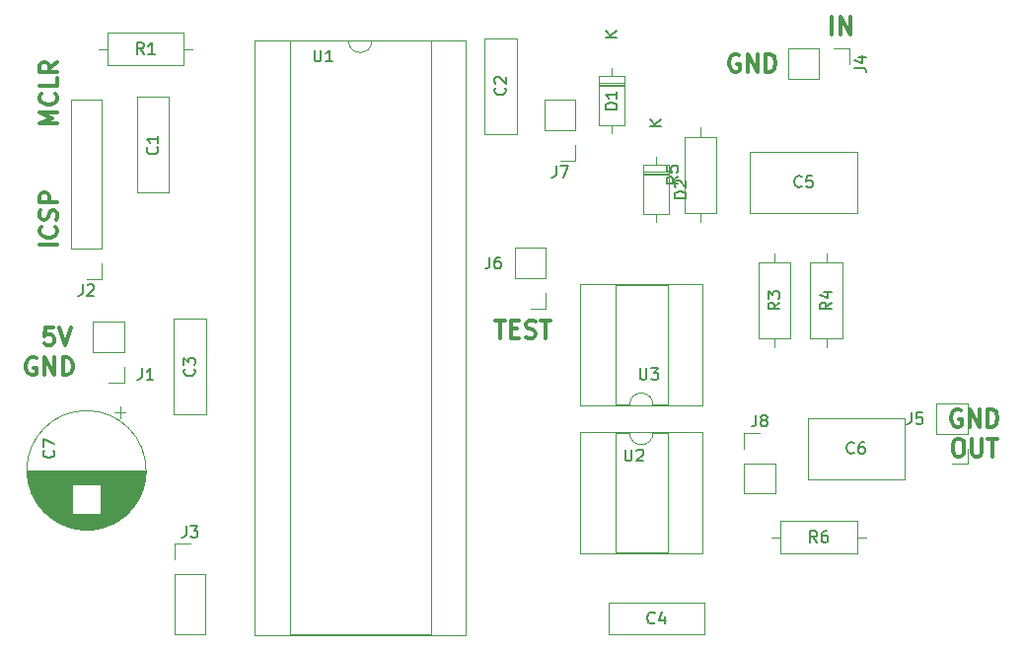
<source format=gto>
G04 #@! TF.GenerationSoftware,KiCad,Pcbnew,(5.0.1)-4*
G04 #@! TF.CreationDate,2019-05-14T08:42:29+02:00*
G04 #@! TF.ProjectId,carte_filtre,63617274655F66696C7472652E6B6963,rev?*
G04 #@! TF.SameCoordinates,Original*
G04 #@! TF.FileFunction,Legend,Top*
G04 #@! TF.FilePolarity,Positive*
%FSLAX46Y46*%
G04 Gerber Fmt 4.6, Leading zero omitted, Abs format (unit mm)*
G04 Created by KiCad (PCBNEW (5.0.1)-4) date 14/05/2019 08:42:29*
%MOMM*%
%LPD*%
G01*
G04 APERTURE LIST*
%ADD10C,0.300000*%
%ADD11C,0.120000*%
%ADD12C,0.150000*%
G04 APERTURE END LIST*
D10*
X174752142Y-123075000D02*
X174609285Y-123003571D01*
X174395000Y-123003571D01*
X174180714Y-123075000D01*
X174037857Y-123217857D01*
X173966428Y-123360714D01*
X173895000Y-123646428D01*
X173895000Y-123860714D01*
X173966428Y-124146428D01*
X174037857Y-124289285D01*
X174180714Y-124432142D01*
X174395000Y-124503571D01*
X174537857Y-124503571D01*
X174752142Y-124432142D01*
X174823571Y-124360714D01*
X174823571Y-123860714D01*
X174537857Y-123860714D01*
X175466428Y-124503571D02*
X175466428Y-123003571D01*
X176323571Y-124503571D01*
X176323571Y-123003571D01*
X177037857Y-124503571D02*
X177037857Y-123003571D01*
X177395000Y-123003571D01*
X177609285Y-123075000D01*
X177752142Y-123217857D01*
X177823571Y-123360714D01*
X177895000Y-123646428D01*
X177895000Y-123860714D01*
X177823571Y-124146428D01*
X177752142Y-124289285D01*
X177609285Y-124432142D01*
X177395000Y-124503571D01*
X177037857Y-124503571D01*
X176244285Y-120463571D02*
X175530000Y-120463571D01*
X175458571Y-121177857D01*
X175530000Y-121106428D01*
X175672857Y-121035000D01*
X176030000Y-121035000D01*
X176172857Y-121106428D01*
X176244285Y-121177857D01*
X176315714Y-121320714D01*
X176315714Y-121677857D01*
X176244285Y-121820714D01*
X176172857Y-121892142D01*
X176030000Y-121963571D01*
X175672857Y-121963571D01*
X175530000Y-121892142D01*
X175458571Y-121820714D01*
X176744285Y-120463571D02*
X177244285Y-121963571D01*
X177744285Y-120463571D01*
X176573571Y-113339285D02*
X175073571Y-113339285D01*
X176430714Y-111767857D02*
X176502142Y-111839285D01*
X176573571Y-112053571D01*
X176573571Y-112196428D01*
X176502142Y-112410714D01*
X176359285Y-112553571D01*
X176216428Y-112625000D01*
X175930714Y-112696428D01*
X175716428Y-112696428D01*
X175430714Y-112625000D01*
X175287857Y-112553571D01*
X175145000Y-112410714D01*
X175073571Y-112196428D01*
X175073571Y-112053571D01*
X175145000Y-111839285D01*
X175216428Y-111767857D01*
X176502142Y-111196428D02*
X176573571Y-110982142D01*
X176573571Y-110625000D01*
X176502142Y-110482142D01*
X176430714Y-110410714D01*
X176287857Y-110339285D01*
X176145000Y-110339285D01*
X176002142Y-110410714D01*
X175930714Y-110482142D01*
X175859285Y-110625000D01*
X175787857Y-110910714D01*
X175716428Y-111053571D01*
X175645000Y-111125000D01*
X175502142Y-111196428D01*
X175359285Y-111196428D01*
X175216428Y-111125000D01*
X175145000Y-111053571D01*
X175073571Y-110910714D01*
X175073571Y-110553571D01*
X175145000Y-110339285D01*
X176573571Y-109696428D02*
X175073571Y-109696428D01*
X175073571Y-109125000D01*
X175145000Y-108982142D01*
X175216428Y-108910714D01*
X175359285Y-108839285D01*
X175573571Y-108839285D01*
X175716428Y-108910714D01*
X175787857Y-108982142D01*
X175859285Y-109125000D01*
X175859285Y-109696428D01*
X176573571Y-102937142D02*
X175073571Y-102937142D01*
X176145000Y-102437142D01*
X175073571Y-101937142D01*
X176573571Y-101937142D01*
X176430714Y-100365714D02*
X176502142Y-100437142D01*
X176573571Y-100651428D01*
X176573571Y-100794285D01*
X176502142Y-101008571D01*
X176359285Y-101151428D01*
X176216428Y-101222857D01*
X175930714Y-101294285D01*
X175716428Y-101294285D01*
X175430714Y-101222857D01*
X175287857Y-101151428D01*
X175145000Y-101008571D01*
X175073571Y-100794285D01*
X175073571Y-100651428D01*
X175145000Y-100437142D01*
X175216428Y-100365714D01*
X176573571Y-99008571D02*
X176573571Y-99722857D01*
X175073571Y-99722857D01*
X176573571Y-97651428D02*
X175859285Y-98151428D01*
X176573571Y-98508571D02*
X175073571Y-98508571D01*
X175073571Y-97937142D01*
X175145000Y-97794285D01*
X175216428Y-97722857D01*
X175359285Y-97651428D01*
X175573571Y-97651428D01*
X175716428Y-97722857D01*
X175787857Y-97794285D01*
X175859285Y-97937142D01*
X175859285Y-98508571D01*
X243054285Y-95293571D02*
X243054285Y-93793571D01*
X243768571Y-95293571D02*
X243768571Y-93793571D01*
X244625714Y-95293571D01*
X244625714Y-93793571D01*
X235077142Y-97040000D02*
X234934285Y-96968571D01*
X234720000Y-96968571D01*
X234505714Y-97040000D01*
X234362857Y-97182857D01*
X234291428Y-97325714D01*
X234220000Y-97611428D01*
X234220000Y-97825714D01*
X234291428Y-98111428D01*
X234362857Y-98254285D01*
X234505714Y-98397142D01*
X234720000Y-98468571D01*
X234862857Y-98468571D01*
X235077142Y-98397142D01*
X235148571Y-98325714D01*
X235148571Y-97825714D01*
X234862857Y-97825714D01*
X235791428Y-98468571D02*
X235791428Y-96968571D01*
X236648571Y-98468571D01*
X236648571Y-96968571D01*
X237362857Y-98468571D02*
X237362857Y-96968571D01*
X237720000Y-96968571D01*
X237934285Y-97040000D01*
X238077142Y-97182857D01*
X238148571Y-97325714D01*
X238220000Y-97611428D01*
X238220000Y-97825714D01*
X238148571Y-98111428D01*
X238077142Y-98254285D01*
X237934285Y-98397142D01*
X237720000Y-98468571D01*
X237362857Y-98468571D01*
X254127142Y-127520000D02*
X253984285Y-127448571D01*
X253770000Y-127448571D01*
X253555714Y-127520000D01*
X253412857Y-127662857D01*
X253341428Y-127805714D01*
X253270000Y-128091428D01*
X253270000Y-128305714D01*
X253341428Y-128591428D01*
X253412857Y-128734285D01*
X253555714Y-128877142D01*
X253770000Y-128948571D01*
X253912857Y-128948571D01*
X254127142Y-128877142D01*
X254198571Y-128805714D01*
X254198571Y-128305714D01*
X253912857Y-128305714D01*
X254841428Y-128948571D02*
X254841428Y-127448571D01*
X255698571Y-128948571D01*
X255698571Y-127448571D01*
X256412857Y-128948571D02*
X256412857Y-127448571D01*
X256770000Y-127448571D01*
X256984285Y-127520000D01*
X257127142Y-127662857D01*
X257198571Y-127805714D01*
X257270000Y-128091428D01*
X257270000Y-128305714D01*
X257198571Y-128591428D01*
X257127142Y-128734285D01*
X256984285Y-128877142D01*
X256770000Y-128948571D01*
X256412857Y-128948571D01*
X253770000Y-129988571D02*
X254055714Y-129988571D01*
X254198571Y-130060000D01*
X254341428Y-130202857D01*
X254412857Y-130488571D01*
X254412857Y-130988571D01*
X254341428Y-131274285D01*
X254198571Y-131417142D01*
X254055714Y-131488571D01*
X253770000Y-131488571D01*
X253627142Y-131417142D01*
X253484285Y-131274285D01*
X253412857Y-130988571D01*
X253412857Y-130488571D01*
X253484285Y-130202857D01*
X253627142Y-130060000D01*
X253770000Y-129988571D01*
X255055714Y-129988571D02*
X255055714Y-131202857D01*
X255127142Y-131345714D01*
X255198571Y-131417142D01*
X255341428Y-131488571D01*
X255627142Y-131488571D01*
X255770000Y-131417142D01*
X255841428Y-131345714D01*
X255912857Y-131202857D01*
X255912857Y-129988571D01*
X256412857Y-129988571D02*
X257270000Y-129988571D01*
X256841428Y-131488571D02*
X256841428Y-129988571D01*
X214142142Y-119828571D02*
X214999285Y-119828571D01*
X214570714Y-121328571D02*
X214570714Y-119828571D01*
X215499285Y-120542857D02*
X215999285Y-120542857D01*
X216213571Y-121328571D02*
X215499285Y-121328571D01*
X215499285Y-119828571D01*
X216213571Y-119828571D01*
X216785000Y-121257142D02*
X216999285Y-121328571D01*
X217356428Y-121328571D01*
X217499285Y-121257142D01*
X217570714Y-121185714D01*
X217642142Y-121042857D01*
X217642142Y-120900000D01*
X217570714Y-120757142D01*
X217499285Y-120685714D01*
X217356428Y-120614285D01*
X217070714Y-120542857D01*
X216927857Y-120471428D01*
X216856428Y-120400000D01*
X216785000Y-120257142D01*
X216785000Y-120114285D01*
X216856428Y-119971428D01*
X216927857Y-119900000D01*
X217070714Y-119828571D01*
X217427857Y-119828571D01*
X217642142Y-119900000D01*
X218070714Y-119828571D02*
X218927857Y-119828571D01*
X218499285Y-121328571D02*
X218499285Y-119828571D01*
D11*
G04 #@! TO.C,C7*
X184190000Y-132675000D02*
G75*
G03X184190000Y-132675000I-5120000J0D01*
G01*
X184150000Y-132675000D02*
X173990000Y-132675000D01*
X184150000Y-132715000D02*
X173990000Y-132715000D01*
X184150000Y-132755000D02*
X173990000Y-132755000D01*
X184149000Y-132795000D02*
X173991000Y-132795000D01*
X184148000Y-132835000D02*
X173992000Y-132835000D01*
X184147000Y-132875000D02*
X173993000Y-132875000D01*
X184145000Y-132915000D02*
X173995000Y-132915000D01*
X184143000Y-132955000D02*
X173997000Y-132955000D01*
X184140000Y-132995000D02*
X174000000Y-132995000D01*
X184138000Y-133035000D02*
X174002000Y-133035000D01*
X184135000Y-133075000D02*
X174005000Y-133075000D01*
X184132000Y-133115000D02*
X174008000Y-133115000D01*
X184128000Y-133155000D02*
X174012000Y-133155000D01*
X184124000Y-133195000D02*
X174016000Y-133195000D01*
X184120000Y-133235000D02*
X174020000Y-133235000D01*
X184115000Y-133275000D02*
X174025000Y-133275000D01*
X184110000Y-133315000D02*
X174030000Y-133315000D01*
X184105000Y-133355000D02*
X174035000Y-133355000D01*
X184100000Y-133396000D02*
X174040000Y-133396000D01*
X184094000Y-133436000D02*
X174046000Y-133436000D01*
X184088000Y-133476000D02*
X174052000Y-133476000D01*
X184081000Y-133516000D02*
X174059000Y-133516000D01*
X184074000Y-133556000D02*
X174066000Y-133556000D01*
X184067000Y-133596000D02*
X174073000Y-133596000D01*
X184060000Y-133636000D02*
X174080000Y-133636000D01*
X184052000Y-133676000D02*
X174088000Y-133676000D01*
X184044000Y-133716000D02*
X174096000Y-133716000D01*
X184035000Y-133756000D02*
X174105000Y-133756000D01*
X184026000Y-133796000D02*
X174114000Y-133796000D01*
X184017000Y-133836000D02*
X174123000Y-133836000D01*
X184008000Y-133876000D02*
X174132000Y-133876000D01*
X183998000Y-133916000D02*
X174142000Y-133916000D01*
X183988000Y-133956000D02*
X180311000Y-133956000D01*
X177829000Y-133956000D02*
X174152000Y-133956000D01*
X183977000Y-133996000D02*
X180311000Y-133996000D01*
X177829000Y-133996000D02*
X174163000Y-133996000D01*
X183967000Y-134036000D02*
X180311000Y-134036000D01*
X177829000Y-134036000D02*
X174173000Y-134036000D01*
X183955000Y-134076000D02*
X180311000Y-134076000D01*
X177829000Y-134076000D02*
X174185000Y-134076000D01*
X183944000Y-134116000D02*
X180311000Y-134116000D01*
X177829000Y-134116000D02*
X174196000Y-134116000D01*
X183932000Y-134156000D02*
X180311000Y-134156000D01*
X177829000Y-134156000D02*
X174208000Y-134156000D01*
X183920000Y-134196000D02*
X180311000Y-134196000D01*
X177829000Y-134196000D02*
X174220000Y-134196000D01*
X183907000Y-134236000D02*
X180311000Y-134236000D01*
X177829000Y-134236000D02*
X174233000Y-134236000D01*
X183894000Y-134276000D02*
X180311000Y-134276000D01*
X177829000Y-134276000D02*
X174246000Y-134276000D01*
X183881000Y-134316000D02*
X180311000Y-134316000D01*
X177829000Y-134316000D02*
X174259000Y-134316000D01*
X183867000Y-134356000D02*
X180311000Y-134356000D01*
X177829000Y-134356000D02*
X174273000Y-134356000D01*
X183853000Y-134396000D02*
X180311000Y-134396000D01*
X177829000Y-134396000D02*
X174287000Y-134396000D01*
X183838000Y-134436000D02*
X180311000Y-134436000D01*
X177829000Y-134436000D02*
X174302000Y-134436000D01*
X183824000Y-134476000D02*
X180311000Y-134476000D01*
X177829000Y-134476000D02*
X174316000Y-134476000D01*
X183808000Y-134516000D02*
X180311000Y-134516000D01*
X177829000Y-134516000D02*
X174332000Y-134516000D01*
X183793000Y-134556000D02*
X180311000Y-134556000D01*
X177829000Y-134556000D02*
X174347000Y-134556000D01*
X183777000Y-134596000D02*
X180311000Y-134596000D01*
X177829000Y-134596000D02*
X174363000Y-134596000D01*
X183760000Y-134636000D02*
X180311000Y-134636000D01*
X177829000Y-134636000D02*
X174380000Y-134636000D01*
X183744000Y-134676000D02*
X180311000Y-134676000D01*
X177829000Y-134676000D02*
X174396000Y-134676000D01*
X183727000Y-134716000D02*
X180311000Y-134716000D01*
X177829000Y-134716000D02*
X174413000Y-134716000D01*
X183709000Y-134756000D02*
X180311000Y-134756000D01*
X177829000Y-134756000D02*
X174431000Y-134756000D01*
X183691000Y-134796000D02*
X180311000Y-134796000D01*
X177829000Y-134796000D02*
X174449000Y-134796000D01*
X183673000Y-134836000D02*
X180311000Y-134836000D01*
X177829000Y-134836000D02*
X174467000Y-134836000D01*
X183654000Y-134876000D02*
X180311000Y-134876000D01*
X177829000Y-134876000D02*
X174486000Y-134876000D01*
X183634000Y-134916000D02*
X180311000Y-134916000D01*
X177829000Y-134916000D02*
X174506000Y-134916000D01*
X183615000Y-134956000D02*
X180311000Y-134956000D01*
X177829000Y-134956000D02*
X174525000Y-134956000D01*
X183595000Y-134996000D02*
X180311000Y-134996000D01*
X177829000Y-134996000D02*
X174545000Y-134996000D01*
X183574000Y-135036000D02*
X180311000Y-135036000D01*
X177829000Y-135036000D02*
X174566000Y-135036000D01*
X183553000Y-135076000D02*
X180311000Y-135076000D01*
X177829000Y-135076000D02*
X174587000Y-135076000D01*
X183532000Y-135116000D02*
X180311000Y-135116000D01*
X177829000Y-135116000D02*
X174608000Y-135116000D01*
X183510000Y-135156000D02*
X180311000Y-135156000D01*
X177829000Y-135156000D02*
X174630000Y-135156000D01*
X183487000Y-135196000D02*
X180311000Y-135196000D01*
X177829000Y-135196000D02*
X174653000Y-135196000D01*
X183465000Y-135236000D02*
X180311000Y-135236000D01*
X177829000Y-135236000D02*
X174675000Y-135236000D01*
X183441000Y-135276000D02*
X180311000Y-135276000D01*
X177829000Y-135276000D02*
X174699000Y-135276000D01*
X183417000Y-135316000D02*
X180311000Y-135316000D01*
X177829000Y-135316000D02*
X174723000Y-135316000D01*
X183393000Y-135356000D02*
X180311000Y-135356000D01*
X177829000Y-135356000D02*
X174747000Y-135356000D01*
X183368000Y-135396000D02*
X180311000Y-135396000D01*
X177829000Y-135396000D02*
X174772000Y-135396000D01*
X183343000Y-135436000D02*
X180311000Y-135436000D01*
X177829000Y-135436000D02*
X174797000Y-135436000D01*
X183317000Y-135476000D02*
X180311000Y-135476000D01*
X177829000Y-135476000D02*
X174823000Y-135476000D01*
X183291000Y-135516000D02*
X180311000Y-135516000D01*
X177829000Y-135516000D02*
X174849000Y-135516000D01*
X183264000Y-135556000D02*
X180311000Y-135556000D01*
X177829000Y-135556000D02*
X174876000Y-135556000D01*
X183236000Y-135596000D02*
X180311000Y-135596000D01*
X177829000Y-135596000D02*
X174904000Y-135596000D01*
X183208000Y-135636000D02*
X180311000Y-135636000D01*
X177829000Y-135636000D02*
X174932000Y-135636000D01*
X183180000Y-135676000D02*
X180311000Y-135676000D01*
X177829000Y-135676000D02*
X174960000Y-135676000D01*
X183150000Y-135716000D02*
X180311000Y-135716000D01*
X177829000Y-135716000D02*
X174990000Y-135716000D01*
X183120000Y-135756000D02*
X180311000Y-135756000D01*
X177829000Y-135756000D02*
X175020000Y-135756000D01*
X183090000Y-135796000D02*
X180311000Y-135796000D01*
X177829000Y-135796000D02*
X175050000Y-135796000D01*
X183059000Y-135836000D02*
X180311000Y-135836000D01*
X177829000Y-135836000D02*
X175081000Y-135836000D01*
X183027000Y-135876000D02*
X180311000Y-135876000D01*
X177829000Y-135876000D02*
X175113000Y-135876000D01*
X182995000Y-135916000D02*
X180311000Y-135916000D01*
X177829000Y-135916000D02*
X175145000Y-135916000D01*
X182962000Y-135956000D02*
X180311000Y-135956000D01*
X177829000Y-135956000D02*
X175178000Y-135956000D01*
X182928000Y-135996000D02*
X180311000Y-135996000D01*
X177829000Y-135996000D02*
X175212000Y-135996000D01*
X182894000Y-136036000D02*
X180311000Y-136036000D01*
X177829000Y-136036000D02*
X175246000Y-136036000D01*
X182859000Y-136076000D02*
X180311000Y-136076000D01*
X177829000Y-136076000D02*
X175281000Y-136076000D01*
X182823000Y-136116000D02*
X180311000Y-136116000D01*
X177829000Y-136116000D02*
X175317000Y-136116000D01*
X182786000Y-136156000D02*
X180311000Y-136156000D01*
X177829000Y-136156000D02*
X175354000Y-136156000D01*
X182749000Y-136196000D02*
X180311000Y-136196000D01*
X177829000Y-136196000D02*
X175391000Y-136196000D01*
X182710000Y-136236000D02*
X180311000Y-136236000D01*
X177829000Y-136236000D02*
X175430000Y-136236000D01*
X182671000Y-136276000D02*
X180311000Y-136276000D01*
X177829000Y-136276000D02*
X175469000Y-136276000D01*
X182631000Y-136316000D02*
X180311000Y-136316000D01*
X177829000Y-136316000D02*
X175509000Y-136316000D01*
X182590000Y-136356000D02*
X180311000Y-136356000D01*
X177829000Y-136356000D02*
X175550000Y-136356000D01*
X182548000Y-136396000D02*
X180311000Y-136396000D01*
X177829000Y-136396000D02*
X175592000Y-136396000D01*
X182506000Y-136436000D02*
X175634000Y-136436000D01*
X182462000Y-136476000D02*
X175678000Y-136476000D01*
X182417000Y-136516000D02*
X175723000Y-136516000D01*
X182371000Y-136556000D02*
X175769000Y-136556000D01*
X182324000Y-136596000D02*
X175816000Y-136596000D01*
X182276000Y-136636000D02*
X175864000Y-136636000D01*
X182226000Y-136676000D02*
X175914000Y-136676000D01*
X182176000Y-136716000D02*
X175964000Y-136716000D01*
X182124000Y-136756000D02*
X176016000Y-136756000D01*
X182070000Y-136796000D02*
X176070000Y-136796000D01*
X182015000Y-136836000D02*
X176125000Y-136836000D01*
X181959000Y-136876000D02*
X176181000Y-136876000D01*
X181900000Y-136916000D02*
X176240000Y-136916000D01*
X181840000Y-136956000D02*
X176300000Y-136956000D01*
X181779000Y-136996000D02*
X176361000Y-136996000D01*
X181715000Y-137036000D02*
X176425000Y-137036000D01*
X181649000Y-137076000D02*
X176491000Y-137076000D01*
X181580000Y-137116000D02*
X176560000Y-137116000D01*
X181509000Y-137156000D02*
X176631000Y-137156000D01*
X181435000Y-137196000D02*
X176705000Y-137196000D01*
X181359000Y-137236000D02*
X176781000Y-137236000D01*
X181279000Y-137276000D02*
X176861000Y-137276000D01*
X181195000Y-137316000D02*
X176945000Y-137316000D01*
X181107000Y-137356000D02*
X177033000Y-137356000D01*
X181014000Y-137396000D02*
X177126000Y-137396000D01*
X180916000Y-137436000D02*
X177224000Y-137436000D01*
X180812000Y-137476000D02*
X177328000Y-137476000D01*
X180700000Y-137516000D02*
X177440000Y-137516000D01*
X180580000Y-137556000D02*
X177560000Y-137556000D01*
X180448000Y-137596000D02*
X177692000Y-137596000D01*
X180300000Y-137636000D02*
X177840000Y-137636000D01*
X180132000Y-137676000D02*
X178008000Y-137676000D01*
X179932000Y-137716000D02*
X178208000Y-137716000D01*
X179669000Y-137756000D02*
X178471000Y-137756000D01*
X181945000Y-127195354D02*
X181945000Y-128195354D01*
X182445000Y-127695354D02*
X181445000Y-127695354D01*
G04 #@! TO.C,C4*
X223885000Y-144045000D02*
X232125000Y-144045000D01*
X223885000Y-146785000D02*
X232125000Y-146785000D01*
X223885000Y-144045000D02*
X223885000Y-146785000D01*
X232125000Y-144045000D02*
X232125000Y-146785000D01*
G04 #@! TO.C,U3*
X225695000Y-127060000D02*
G75*
G02X227695000Y-127060000I1000000J0D01*
G01*
X227695000Y-127060000D02*
X228945000Y-127060000D01*
X228945000Y-127060000D02*
X228945000Y-116780000D01*
X228945000Y-116780000D02*
X224445000Y-116780000D01*
X224445000Y-116780000D02*
X224445000Y-127060000D01*
X224445000Y-127060000D02*
X225695000Y-127060000D01*
X231945000Y-127120000D02*
X231945000Y-116720000D01*
X231945000Y-116720000D02*
X221445000Y-116720000D01*
X221445000Y-116720000D02*
X221445000Y-127120000D01*
X221445000Y-127120000D02*
X231945000Y-127120000D01*
G04 #@! TO.C,C1*
X183415000Y-108855000D02*
X183415000Y-100615000D01*
X186155000Y-108855000D02*
X186155000Y-100615000D01*
X183415000Y-108855000D02*
X186155000Y-108855000D01*
X183415000Y-100615000D02*
X186155000Y-100615000D01*
G04 #@! TO.C,C2*
X216000000Y-103855000D02*
X213260000Y-103855000D01*
X216000000Y-95615000D02*
X213260000Y-95615000D01*
X213260000Y-95615000D02*
X213260000Y-103855000D01*
X216000000Y-95615000D02*
X216000000Y-103855000D01*
G04 #@! TO.C,C3*
X189330000Y-127905000D02*
X186590000Y-127905000D01*
X189330000Y-119665000D02*
X186590000Y-119665000D01*
X186590000Y-119665000D02*
X186590000Y-127905000D01*
X189330000Y-119665000D02*
X189330000Y-127905000D01*
G04 #@! TO.C,C5*
X236005000Y-105330000D02*
X245245000Y-105330000D01*
X236005000Y-110570000D02*
X245245000Y-110570000D01*
X236005000Y-105330000D02*
X236005000Y-110570000D01*
X245245000Y-105330000D02*
X245245000Y-110570000D01*
G04 #@! TO.C,C6*
X249270000Y-133430000D02*
X241030000Y-133430000D01*
X249270000Y-128190000D02*
X241030000Y-128190000D01*
X249270000Y-133430000D02*
X249270000Y-128190000D01*
X241030000Y-133430000D02*
X241030000Y-128190000D01*
G04 #@! TO.C,D1*
X225275000Y-99445000D02*
X223035000Y-99445000D01*
X225275000Y-99685000D02*
X223035000Y-99685000D01*
X225275000Y-99565000D02*
X223035000Y-99565000D01*
X224155000Y-103735000D02*
X224155000Y-103085000D01*
X224155000Y-98195000D02*
X224155000Y-98845000D01*
X225275000Y-103085000D02*
X225275000Y-98845000D01*
X223035000Y-103085000D02*
X225275000Y-103085000D01*
X223035000Y-98845000D02*
X223035000Y-103085000D01*
X225275000Y-98845000D02*
X223035000Y-98845000D01*
G04 #@! TO.C,D2*
X229085000Y-106465000D02*
X226845000Y-106465000D01*
X226845000Y-106465000D02*
X226845000Y-110705000D01*
X226845000Y-110705000D02*
X229085000Y-110705000D01*
X229085000Y-110705000D02*
X229085000Y-106465000D01*
X227965000Y-105815000D02*
X227965000Y-106465000D01*
X227965000Y-111355000D02*
X227965000Y-110705000D01*
X229085000Y-107185000D02*
X226845000Y-107185000D01*
X229085000Y-107305000D02*
X226845000Y-107305000D01*
X229085000Y-107065000D02*
X226845000Y-107065000D01*
G04 #@! TO.C,J1*
X182305000Y-119955000D02*
X179645000Y-119955000D01*
X182305000Y-122555000D02*
X182305000Y-119955000D01*
X179645000Y-122555000D02*
X179645000Y-119955000D01*
X182305000Y-122555000D02*
X179645000Y-122555000D01*
X182305000Y-123825000D02*
X182305000Y-125155000D01*
X182305000Y-125155000D02*
X180975000Y-125155000D01*
G04 #@! TO.C,J2*
X180400000Y-100905000D02*
X177740000Y-100905000D01*
X180400000Y-113665000D02*
X180400000Y-100905000D01*
X177740000Y-113665000D02*
X177740000Y-100905000D01*
X180400000Y-113665000D02*
X177740000Y-113665000D01*
X180400000Y-114935000D02*
X180400000Y-116265000D01*
X180400000Y-116265000D02*
X179070000Y-116265000D01*
G04 #@! TO.C,J3*
X186630000Y-146745000D02*
X189290000Y-146745000D01*
X186630000Y-141605000D02*
X186630000Y-146745000D01*
X189290000Y-141605000D02*
X189290000Y-146745000D01*
X186630000Y-141605000D02*
X189290000Y-141605000D01*
X186630000Y-140335000D02*
X186630000Y-139005000D01*
X186630000Y-139005000D02*
X187960000Y-139005000D01*
G04 #@! TO.C,J4*
X239335000Y-96460000D02*
X239335000Y-99120000D01*
X241935000Y-96460000D02*
X239335000Y-96460000D01*
X241935000Y-99120000D02*
X239335000Y-99120000D01*
X241935000Y-96460000D02*
X241935000Y-99120000D01*
X243205000Y-96460000D02*
X244535000Y-96460000D01*
X244535000Y-96460000D02*
X244535000Y-97790000D01*
G04 #@! TO.C,J5*
X254695000Y-132140000D02*
X253365000Y-132140000D01*
X254695000Y-130810000D02*
X254695000Y-132140000D01*
X254695000Y-129540000D02*
X252035000Y-129540000D01*
X252035000Y-129540000D02*
X252035000Y-126940000D01*
X254695000Y-129540000D02*
X254695000Y-126940000D01*
X254695000Y-126940000D02*
X252035000Y-126940000D01*
G04 #@! TO.C,R1*
X180110000Y-96520000D02*
X180880000Y-96520000D01*
X188190000Y-96520000D02*
X187420000Y-96520000D01*
X180880000Y-97890000D02*
X187420000Y-97890000D01*
X180880000Y-95150000D02*
X180880000Y-97890000D01*
X187420000Y-95150000D02*
X180880000Y-95150000D01*
X187420000Y-97890000D02*
X187420000Y-95150000D01*
G04 #@! TO.C,R3*
X236755000Y-121380000D02*
X239495000Y-121380000D01*
X239495000Y-121380000D02*
X239495000Y-114840000D01*
X239495000Y-114840000D02*
X236755000Y-114840000D01*
X236755000Y-114840000D02*
X236755000Y-121380000D01*
X238125000Y-122150000D02*
X238125000Y-121380000D01*
X238125000Y-114070000D02*
X238125000Y-114840000D01*
G04 #@! TO.C,R4*
X243940000Y-114840000D02*
X241200000Y-114840000D01*
X241200000Y-114840000D02*
X241200000Y-121380000D01*
X241200000Y-121380000D02*
X243940000Y-121380000D01*
X243940000Y-121380000D02*
X243940000Y-114840000D01*
X242570000Y-114070000D02*
X242570000Y-114840000D01*
X242570000Y-122150000D02*
X242570000Y-121380000D01*
G04 #@! TO.C,R5*
X231775000Y-103275000D02*
X231775000Y-104045000D01*
X231775000Y-111355000D02*
X231775000Y-110585000D01*
X230405000Y-104045000D02*
X230405000Y-110585000D01*
X233145000Y-104045000D02*
X230405000Y-104045000D01*
X233145000Y-110585000D02*
X233145000Y-104045000D01*
X230405000Y-110585000D02*
X233145000Y-110585000D01*
G04 #@! TO.C,R6*
X238665000Y-137060000D02*
X238665000Y-139800000D01*
X238665000Y-139800000D02*
X245205000Y-139800000D01*
X245205000Y-139800000D02*
X245205000Y-137060000D01*
X245205000Y-137060000D02*
X238665000Y-137060000D01*
X237895000Y-138430000D02*
X238665000Y-138430000D01*
X245975000Y-138430000D02*
X245205000Y-138430000D01*
G04 #@! TO.C,U1*
X203565000Y-95825000D02*
G75*
G02X201565000Y-95825000I-1000000J0D01*
G01*
X201565000Y-95825000D02*
X196505000Y-95825000D01*
X196505000Y-95825000D02*
X196505000Y-146745000D01*
X196505000Y-146745000D02*
X208625000Y-146745000D01*
X208625000Y-146745000D02*
X208625000Y-95825000D01*
X208625000Y-95825000D02*
X203565000Y-95825000D01*
X193505000Y-95765000D02*
X193505000Y-146805000D01*
X193505000Y-146805000D02*
X211625000Y-146805000D01*
X211625000Y-146805000D02*
X211625000Y-95765000D01*
X211625000Y-95765000D02*
X193505000Y-95765000D01*
G04 #@! TO.C,U2*
X231945000Y-129420000D02*
X221445000Y-129420000D01*
X231945000Y-139820000D02*
X231945000Y-129420000D01*
X221445000Y-139820000D02*
X231945000Y-139820000D01*
X221445000Y-129420000D02*
X221445000Y-139820000D01*
X228945000Y-129480000D02*
X227695000Y-129480000D01*
X228945000Y-139760000D02*
X228945000Y-129480000D01*
X224445000Y-139760000D02*
X228945000Y-139760000D01*
X224445000Y-129480000D02*
X224445000Y-139760000D01*
X225695000Y-129480000D02*
X224445000Y-129480000D01*
X227695000Y-129480000D02*
G75*
G02X225695000Y-129480000I-1000000J0D01*
G01*
G04 #@! TO.C,J6*
X218500000Y-113605000D02*
X215840000Y-113605000D01*
X218500000Y-116205000D02*
X218500000Y-113605000D01*
X215840000Y-116205000D02*
X215840000Y-113605000D01*
X218500000Y-116205000D02*
X215840000Y-116205000D01*
X218500000Y-117475000D02*
X218500000Y-118805000D01*
X218500000Y-118805000D02*
X217170000Y-118805000D01*
G04 #@! TO.C,J7*
X221040000Y-100905000D02*
X218380000Y-100905000D01*
X221040000Y-103505000D02*
X221040000Y-100905000D01*
X218380000Y-103505000D02*
X218380000Y-100905000D01*
X221040000Y-103505000D02*
X218380000Y-103505000D01*
X221040000Y-104775000D02*
X221040000Y-106105000D01*
X221040000Y-106105000D02*
X219710000Y-106105000D01*
G04 #@! TO.C,J8*
X235525000Y-129480000D02*
X236855000Y-129480000D01*
X235525000Y-130810000D02*
X235525000Y-129480000D01*
X235525000Y-132080000D02*
X238185000Y-132080000D01*
X238185000Y-132080000D02*
X238185000Y-134680000D01*
X235525000Y-132080000D02*
X235525000Y-134680000D01*
X235525000Y-134680000D02*
X238185000Y-134680000D01*
G04 #@! TO.C,C7*
D12*
X176252142Y-130976666D02*
X176299761Y-131024285D01*
X176347380Y-131167142D01*
X176347380Y-131262380D01*
X176299761Y-131405238D01*
X176204523Y-131500476D01*
X176109285Y-131548095D01*
X175918809Y-131595714D01*
X175775952Y-131595714D01*
X175585476Y-131548095D01*
X175490238Y-131500476D01*
X175395000Y-131405238D01*
X175347380Y-131262380D01*
X175347380Y-131167142D01*
X175395000Y-131024285D01*
X175442619Y-130976666D01*
X175347380Y-130643333D02*
X175347380Y-129976666D01*
X176347380Y-130405238D01*
G04 #@! TO.C,C4*
X227838333Y-145772142D02*
X227790714Y-145819761D01*
X227647857Y-145867380D01*
X227552619Y-145867380D01*
X227409761Y-145819761D01*
X227314523Y-145724523D01*
X227266904Y-145629285D01*
X227219285Y-145438809D01*
X227219285Y-145295952D01*
X227266904Y-145105476D01*
X227314523Y-145010238D01*
X227409761Y-144915000D01*
X227552619Y-144867380D01*
X227647857Y-144867380D01*
X227790714Y-144915000D01*
X227838333Y-144962619D01*
X228695476Y-145200714D02*
X228695476Y-145867380D01*
X228457380Y-144819761D02*
X228219285Y-145534047D01*
X228838333Y-145534047D01*
G04 #@! TO.C,U3*
X226568095Y-123912380D02*
X226568095Y-124721904D01*
X226615714Y-124817142D01*
X226663333Y-124864761D01*
X226758571Y-124912380D01*
X226949047Y-124912380D01*
X227044285Y-124864761D01*
X227091904Y-124817142D01*
X227139523Y-124721904D01*
X227139523Y-123912380D01*
X227520476Y-123912380D02*
X228139523Y-123912380D01*
X227806190Y-124293333D01*
X227949047Y-124293333D01*
X228044285Y-124340952D01*
X228091904Y-124388571D01*
X228139523Y-124483809D01*
X228139523Y-124721904D01*
X228091904Y-124817142D01*
X228044285Y-124864761D01*
X227949047Y-124912380D01*
X227663333Y-124912380D01*
X227568095Y-124864761D01*
X227520476Y-124817142D01*
G04 #@! TO.C,C1*
X185142142Y-104941666D02*
X185189761Y-104989285D01*
X185237380Y-105132142D01*
X185237380Y-105227380D01*
X185189761Y-105370238D01*
X185094523Y-105465476D01*
X184999285Y-105513095D01*
X184808809Y-105560714D01*
X184665952Y-105560714D01*
X184475476Y-105513095D01*
X184380238Y-105465476D01*
X184285000Y-105370238D01*
X184237380Y-105227380D01*
X184237380Y-105132142D01*
X184285000Y-104989285D01*
X184332619Y-104941666D01*
X185237380Y-103989285D02*
X185237380Y-104560714D01*
X185237380Y-104275000D02*
X184237380Y-104275000D01*
X184380238Y-104370238D01*
X184475476Y-104465476D01*
X184523095Y-104560714D01*
G04 #@! TO.C,C2*
X214987142Y-99861666D02*
X215034761Y-99909285D01*
X215082380Y-100052142D01*
X215082380Y-100147380D01*
X215034761Y-100290238D01*
X214939523Y-100385476D01*
X214844285Y-100433095D01*
X214653809Y-100480714D01*
X214510952Y-100480714D01*
X214320476Y-100433095D01*
X214225238Y-100385476D01*
X214130000Y-100290238D01*
X214082380Y-100147380D01*
X214082380Y-100052142D01*
X214130000Y-99909285D01*
X214177619Y-99861666D01*
X214177619Y-99480714D02*
X214130000Y-99433095D01*
X214082380Y-99337857D01*
X214082380Y-99099761D01*
X214130000Y-99004523D01*
X214177619Y-98956904D01*
X214272857Y-98909285D01*
X214368095Y-98909285D01*
X214510952Y-98956904D01*
X215082380Y-99528333D01*
X215082380Y-98909285D01*
G04 #@! TO.C,C3*
X188317142Y-123991666D02*
X188364761Y-124039285D01*
X188412380Y-124182142D01*
X188412380Y-124277380D01*
X188364761Y-124420238D01*
X188269523Y-124515476D01*
X188174285Y-124563095D01*
X187983809Y-124610714D01*
X187840952Y-124610714D01*
X187650476Y-124563095D01*
X187555238Y-124515476D01*
X187460000Y-124420238D01*
X187412380Y-124277380D01*
X187412380Y-124182142D01*
X187460000Y-124039285D01*
X187507619Y-123991666D01*
X187412380Y-123658333D02*
X187412380Y-123039285D01*
X187793333Y-123372619D01*
X187793333Y-123229761D01*
X187840952Y-123134523D01*
X187888571Y-123086904D01*
X187983809Y-123039285D01*
X188221904Y-123039285D01*
X188317142Y-123086904D01*
X188364761Y-123134523D01*
X188412380Y-123229761D01*
X188412380Y-123515476D01*
X188364761Y-123610714D01*
X188317142Y-123658333D01*
G04 #@! TO.C,C5*
X240458333Y-108307142D02*
X240410714Y-108354761D01*
X240267857Y-108402380D01*
X240172619Y-108402380D01*
X240029761Y-108354761D01*
X239934523Y-108259523D01*
X239886904Y-108164285D01*
X239839285Y-107973809D01*
X239839285Y-107830952D01*
X239886904Y-107640476D01*
X239934523Y-107545238D01*
X240029761Y-107450000D01*
X240172619Y-107402380D01*
X240267857Y-107402380D01*
X240410714Y-107450000D01*
X240458333Y-107497619D01*
X241363095Y-107402380D02*
X240886904Y-107402380D01*
X240839285Y-107878571D01*
X240886904Y-107830952D01*
X240982142Y-107783333D01*
X241220238Y-107783333D01*
X241315476Y-107830952D01*
X241363095Y-107878571D01*
X241410714Y-107973809D01*
X241410714Y-108211904D01*
X241363095Y-108307142D01*
X241315476Y-108354761D01*
X241220238Y-108402380D01*
X240982142Y-108402380D01*
X240886904Y-108354761D01*
X240839285Y-108307142D01*
G04 #@! TO.C,C6*
X244943333Y-131167142D02*
X244895714Y-131214761D01*
X244752857Y-131262380D01*
X244657619Y-131262380D01*
X244514761Y-131214761D01*
X244419523Y-131119523D01*
X244371904Y-131024285D01*
X244324285Y-130833809D01*
X244324285Y-130690952D01*
X244371904Y-130500476D01*
X244419523Y-130405238D01*
X244514761Y-130310000D01*
X244657619Y-130262380D01*
X244752857Y-130262380D01*
X244895714Y-130310000D01*
X244943333Y-130357619D01*
X245800476Y-130262380D02*
X245610000Y-130262380D01*
X245514761Y-130310000D01*
X245467142Y-130357619D01*
X245371904Y-130500476D01*
X245324285Y-130690952D01*
X245324285Y-131071904D01*
X245371904Y-131167142D01*
X245419523Y-131214761D01*
X245514761Y-131262380D01*
X245705238Y-131262380D01*
X245800476Y-131214761D01*
X245848095Y-131167142D01*
X245895714Y-131071904D01*
X245895714Y-130833809D01*
X245848095Y-130738571D01*
X245800476Y-130690952D01*
X245705238Y-130643333D01*
X245514761Y-130643333D01*
X245419523Y-130690952D01*
X245371904Y-130738571D01*
X245324285Y-130833809D01*
G04 #@! TO.C,D1*
X224607380Y-101703095D02*
X223607380Y-101703095D01*
X223607380Y-101465000D01*
X223655000Y-101322142D01*
X223750238Y-101226904D01*
X223845476Y-101179285D01*
X224035952Y-101131666D01*
X224178809Y-101131666D01*
X224369285Y-101179285D01*
X224464523Y-101226904D01*
X224559761Y-101322142D01*
X224607380Y-101465000D01*
X224607380Y-101703095D01*
X224607380Y-100179285D02*
X224607380Y-100750714D01*
X224607380Y-100465000D02*
X223607380Y-100465000D01*
X223750238Y-100560238D01*
X223845476Y-100655476D01*
X223893095Y-100750714D01*
X224607380Y-95511904D02*
X223607380Y-95511904D01*
X224607380Y-94940476D02*
X224035952Y-95369047D01*
X223607380Y-94940476D02*
X224178809Y-95511904D01*
G04 #@! TO.C,D2*
X230537380Y-109323095D02*
X229537380Y-109323095D01*
X229537380Y-109085000D01*
X229585000Y-108942142D01*
X229680238Y-108846904D01*
X229775476Y-108799285D01*
X229965952Y-108751666D01*
X230108809Y-108751666D01*
X230299285Y-108799285D01*
X230394523Y-108846904D01*
X230489761Y-108942142D01*
X230537380Y-109085000D01*
X230537380Y-109323095D01*
X229632619Y-108370714D02*
X229585000Y-108323095D01*
X229537380Y-108227857D01*
X229537380Y-107989761D01*
X229585000Y-107894523D01*
X229632619Y-107846904D01*
X229727857Y-107799285D01*
X229823095Y-107799285D01*
X229965952Y-107846904D01*
X230537380Y-108418333D01*
X230537380Y-107799285D01*
X228417380Y-103131904D02*
X227417380Y-103131904D01*
X228417380Y-102560476D02*
X227845952Y-102989047D01*
X227417380Y-102560476D02*
X227988809Y-103131904D01*
G04 #@! TO.C,J1*
X183816666Y-123912380D02*
X183816666Y-124626666D01*
X183769047Y-124769523D01*
X183673809Y-124864761D01*
X183530952Y-124912380D01*
X183435714Y-124912380D01*
X184816666Y-124912380D02*
X184245238Y-124912380D01*
X184530952Y-124912380D02*
X184530952Y-123912380D01*
X184435714Y-124055238D01*
X184340476Y-124150476D01*
X184245238Y-124198095D01*
G04 #@! TO.C,J2*
X178736666Y-116717380D02*
X178736666Y-117431666D01*
X178689047Y-117574523D01*
X178593809Y-117669761D01*
X178450952Y-117717380D01*
X178355714Y-117717380D01*
X179165238Y-116812619D02*
X179212857Y-116765000D01*
X179308095Y-116717380D01*
X179546190Y-116717380D01*
X179641428Y-116765000D01*
X179689047Y-116812619D01*
X179736666Y-116907857D01*
X179736666Y-117003095D01*
X179689047Y-117145952D01*
X179117619Y-117717380D01*
X179736666Y-117717380D01*
G04 #@! TO.C,J3*
X187626666Y-137457380D02*
X187626666Y-138171666D01*
X187579047Y-138314523D01*
X187483809Y-138409761D01*
X187340952Y-138457380D01*
X187245714Y-138457380D01*
X188007619Y-137457380D02*
X188626666Y-137457380D01*
X188293333Y-137838333D01*
X188436190Y-137838333D01*
X188531428Y-137885952D01*
X188579047Y-137933571D01*
X188626666Y-138028809D01*
X188626666Y-138266904D01*
X188579047Y-138362142D01*
X188531428Y-138409761D01*
X188436190Y-138457380D01*
X188150476Y-138457380D01*
X188055238Y-138409761D01*
X188007619Y-138362142D01*
G04 #@! TO.C,J4*
X244987380Y-98123333D02*
X245701666Y-98123333D01*
X245844523Y-98170952D01*
X245939761Y-98266190D01*
X245987380Y-98409047D01*
X245987380Y-98504285D01*
X245320714Y-97218571D02*
X245987380Y-97218571D01*
X244939761Y-97456666D02*
X245654047Y-97694761D01*
X245654047Y-97075714D01*
G04 #@! TO.C,J5*
X249856666Y-127722380D02*
X249856666Y-128436666D01*
X249809047Y-128579523D01*
X249713809Y-128674761D01*
X249570952Y-128722380D01*
X249475714Y-128722380D01*
X250809047Y-127722380D02*
X250332857Y-127722380D01*
X250285238Y-128198571D01*
X250332857Y-128150952D01*
X250428095Y-128103333D01*
X250666190Y-128103333D01*
X250761428Y-128150952D01*
X250809047Y-128198571D01*
X250856666Y-128293809D01*
X250856666Y-128531904D01*
X250809047Y-128627142D01*
X250761428Y-128674761D01*
X250666190Y-128722380D01*
X250428095Y-128722380D01*
X250332857Y-128674761D01*
X250285238Y-128627142D01*
G04 #@! TO.C,R1*
X183983333Y-96972380D02*
X183650000Y-96496190D01*
X183411904Y-96972380D02*
X183411904Y-95972380D01*
X183792857Y-95972380D01*
X183888095Y-96020000D01*
X183935714Y-96067619D01*
X183983333Y-96162857D01*
X183983333Y-96305714D01*
X183935714Y-96400952D01*
X183888095Y-96448571D01*
X183792857Y-96496190D01*
X183411904Y-96496190D01*
X184935714Y-96972380D02*
X184364285Y-96972380D01*
X184650000Y-96972380D02*
X184650000Y-95972380D01*
X184554761Y-96115238D01*
X184459523Y-96210476D01*
X184364285Y-96258095D01*
G04 #@! TO.C,R3*
X238577380Y-118276666D02*
X238101190Y-118610000D01*
X238577380Y-118848095D02*
X237577380Y-118848095D01*
X237577380Y-118467142D01*
X237625000Y-118371904D01*
X237672619Y-118324285D01*
X237767857Y-118276666D01*
X237910714Y-118276666D01*
X238005952Y-118324285D01*
X238053571Y-118371904D01*
X238101190Y-118467142D01*
X238101190Y-118848095D01*
X237577380Y-117943333D02*
X237577380Y-117324285D01*
X237958333Y-117657619D01*
X237958333Y-117514761D01*
X238005952Y-117419523D01*
X238053571Y-117371904D01*
X238148809Y-117324285D01*
X238386904Y-117324285D01*
X238482142Y-117371904D01*
X238529761Y-117419523D01*
X238577380Y-117514761D01*
X238577380Y-117800476D01*
X238529761Y-117895714D01*
X238482142Y-117943333D01*
G04 #@! TO.C,R4*
X243022380Y-118276666D02*
X242546190Y-118610000D01*
X243022380Y-118848095D02*
X242022380Y-118848095D01*
X242022380Y-118467142D01*
X242070000Y-118371904D01*
X242117619Y-118324285D01*
X242212857Y-118276666D01*
X242355714Y-118276666D01*
X242450952Y-118324285D01*
X242498571Y-118371904D01*
X242546190Y-118467142D01*
X242546190Y-118848095D01*
X242355714Y-117419523D02*
X243022380Y-117419523D01*
X241974761Y-117657619D02*
X242689047Y-117895714D01*
X242689047Y-117276666D01*
G04 #@! TO.C,R5*
X229857380Y-107481666D02*
X229381190Y-107815000D01*
X229857380Y-108053095D02*
X228857380Y-108053095D01*
X228857380Y-107672142D01*
X228905000Y-107576904D01*
X228952619Y-107529285D01*
X229047857Y-107481666D01*
X229190714Y-107481666D01*
X229285952Y-107529285D01*
X229333571Y-107576904D01*
X229381190Y-107672142D01*
X229381190Y-108053095D01*
X228857380Y-106576904D02*
X228857380Y-107053095D01*
X229333571Y-107100714D01*
X229285952Y-107053095D01*
X229238333Y-106957857D01*
X229238333Y-106719761D01*
X229285952Y-106624523D01*
X229333571Y-106576904D01*
X229428809Y-106529285D01*
X229666904Y-106529285D01*
X229762142Y-106576904D01*
X229809761Y-106624523D01*
X229857380Y-106719761D01*
X229857380Y-106957857D01*
X229809761Y-107053095D01*
X229762142Y-107100714D01*
G04 #@! TO.C,R6*
X241768333Y-138882380D02*
X241435000Y-138406190D01*
X241196904Y-138882380D02*
X241196904Y-137882380D01*
X241577857Y-137882380D01*
X241673095Y-137930000D01*
X241720714Y-137977619D01*
X241768333Y-138072857D01*
X241768333Y-138215714D01*
X241720714Y-138310952D01*
X241673095Y-138358571D01*
X241577857Y-138406190D01*
X241196904Y-138406190D01*
X242625476Y-137882380D02*
X242435000Y-137882380D01*
X242339761Y-137930000D01*
X242292142Y-137977619D01*
X242196904Y-138120476D01*
X242149285Y-138310952D01*
X242149285Y-138691904D01*
X242196904Y-138787142D01*
X242244523Y-138834761D01*
X242339761Y-138882380D01*
X242530238Y-138882380D01*
X242625476Y-138834761D01*
X242673095Y-138787142D01*
X242720714Y-138691904D01*
X242720714Y-138453809D01*
X242673095Y-138358571D01*
X242625476Y-138310952D01*
X242530238Y-138263333D01*
X242339761Y-138263333D01*
X242244523Y-138310952D01*
X242196904Y-138358571D01*
X242149285Y-138453809D01*
G04 #@! TO.C,U1*
X198628095Y-96607380D02*
X198628095Y-97416904D01*
X198675714Y-97512142D01*
X198723333Y-97559761D01*
X198818571Y-97607380D01*
X199009047Y-97607380D01*
X199104285Y-97559761D01*
X199151904Y-97512142D01*
X199199523Y-97416904D01*
X199199523Y-96607380D01*
X200199523Y-97607380D02*
X199628095Y-97607380D01*
X199913809Y-97607380D02*
X199913809Y-96607380D01*
X199818571Y-96750238D01*
X199723333Y-96845476D01*
X199628095Y-96893095D01*
G04 #@! TO.C,U2*
X225298095Y-130897380D02*
X225298095Y-131706904D01*
X225345714Y-131802142D01*
X225393333Y-131849761D01*
X225488571Y-131897380D01*
X225679047Y-131897380D01*
X225774285Y-131849761D01*
X225821904Y-131802142D01*
X225869523Y-131706904D01*
X225869523Y-130897380D01*
X226298095Y-130992619D02*
X226345714Y-130945000D01*
X226440952Y-130897380D01*
X226679047Y-130897380D01*
X226774285Y-130945000D01*
X226821904Y-130992619D01*
X226869523Y-131087857D01*
X226869523Y-131183095D01*
X226821904Y-131325952D01*
X226250476Y-131897380D01*
X226869523Y-131897380D01*
G04 #@! TO.C,J6*
X213661666Y-114387380D02*
X213661666Y-115101666D01*
X213614047Y-115244523D01*
X213518809Y-115339761D01*
X213375952Y-115387380D01*
X213280714Y-115387380D01*
X214566428Y-114387380D02*
X214375952Y-114387380D01*
X214280714Y-114435000D01*
X214233095Y-114482619D01*
X214137857Y-114625476D01*
X214090238Y-114815952D01*
X214090238Y-115196904D01*
X214137857Y-115292142D01*
X214185476Y-115339761D01*
X214280714Y-115387380D01*
X214471190Y-115387380D01*
X214566428Y-115339761D01*
X214614047Y-115292142D01*
X214661666Y-115196904D01*
X214661666Y-114958809D01*
X214614047Y-114863571D01*
X214566428Y-114815952D01*
X214471190Y-114768333D01*
X214280714Y-114768333D01*
X214185476Y-114815952D01*
X214137857Y-114863571D01*
X214090238Y-114958809D01*
G04 #@! TO.C,J7*
X219376666Y-106557380D02*
X219376666Y-107271666D01*
X219329047Y-107414523D01*
X219233809Y-107509761D01*
X219090952Y-107557380D01*
X218995714Y-107557380D01*
X219757619Y-106557380D02*
X220424285Y-106557380D01*
X219995714Y-107557380D01*
G04 #@! TO.C,J8*
X236521666Y-127932380D02*
X236521666Y-128646666D01*
X236474047Y-128789523D01*
X236378809Y-128884761D01*
X236235952Y-128932380D01*
X236140714Y-128932380D01*
X237140714Y-128360952D02*
X237045476Y-128313333D01*
X236997857Y-128265714D01*
X236950238Y-128170476D01*
X236950238Y-128122857D01*
X236997857Y-128027619D01*
X237045476Y-127980000D01*
X237140714Y-127932380D01*
X237331190Y-127932380D01*
X237426428Y-127980000D01*
X237474047Y-128027619D01*
X237521666Y-128122857D01*
X237521666Y-128170476D01*
X237474047Y-128265714D01*
X237426428Y-128313333D01*
X237331190Y-128360952D01*
X237140714Y-128360952D01*
X237045476Y-128408571D01*
X236997857Y-128456190D01*
X236950238Y-128551428D01*
X236950238Y-128741904D01*
X236997857Y-128837142D01*
X237045476Y-128884761D01*
X237140714Y-128932380D01*
X237331190Y-128932380D01*
X237426428Y-128884761D01*
X237474047Y-128837142D01*
X237521666Y-128741904D01*
X237521666Y-128551428D01*
X237474047Y-128456190D01*
X237426428Y-128408571D01*
X237331190Y-128360952D01*
G04 #@! TD*
M02*

</source>
